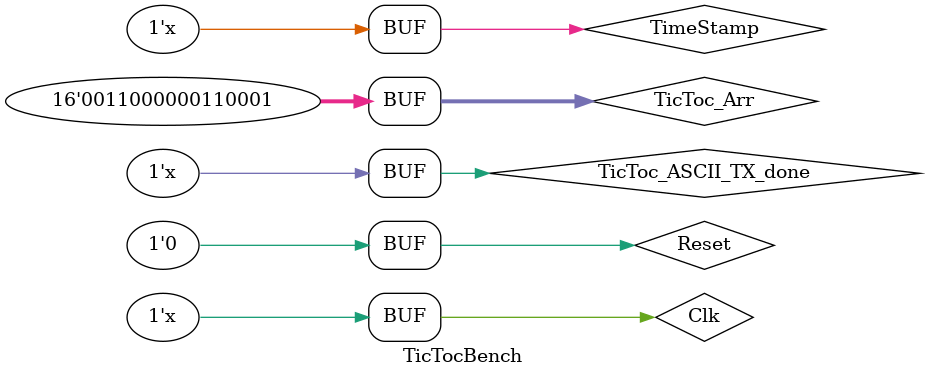
<source format=v>
`timescale 1ns / 1ps


module TicTocBench;

	// Inputs
	reg Clk;
	reg Reset;
	reg TimeStamp;
	reg TicToc_ASCII_TX_done;

	// Outputs
	wire [15:0] TicToc_Arr ="1001110010110101";;
	wire TicToc_ready;

	// Instantiate the Unit Under Test (UUT)
	TicToc uut (
		.Clk(Clk), 
		.Reset(Reset), 
		.TimeStamp(TimeStamp), 
		.TicToc_ASCII_TX_done(TicToc_ASCII_TX_done), 
		.TicToc_Arr(TicToc_Arr), 
		.TicToc_ready(TicToc_ready)
	);

	initial begin
		// Initialize Inputs
		Clk = 0;
		Reset = 0;
		TimeStamp = 0;
		TicToc_ASCII_TX_done = 0;
		

		// Wait 100 ns for global reset to finish
		#100;
        
		// Add stimulus here

	end
     	always Clk = #25~Clk;
		
		always TimeStamp = #100~TimeStamp;
		
		always TicToc_ASCII_TX_done = #400~TicToc_ASCII_TX_done;
      
endmodule


</source>
